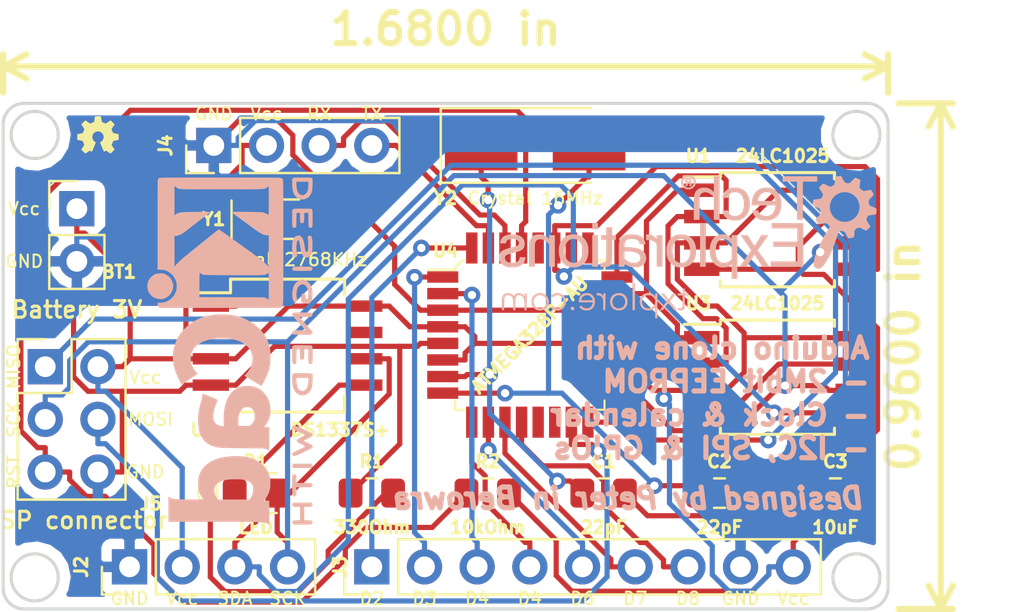
<source format=kicad_pcb>
(kicad_pcb (version 20171130) (host pcbnew 5.0.0-fee4fd1~66~ubuntu18.04.1)
  (title_block (title "Battery-powered Arduino with Extended EEPROM and clock") (date 2018-08-22) (rev 2) (company "Tech Explorations") (comment 1 "Designed by Peter in Berowra"))
  (layers (0 F.Cu signal hide) (31 B.Cu signal hide) (34 B.Paste user hide) (35 F.Paste user hide) (36 B.SilkS user) (37 F.SilkS user) (38 B.Mask user) (39 F.Mask user) (44 Edge.Cuts user))
  (net 0 "")
  (net 1 /Vcc)
  (net 2 GND)
  (net 3 "Net-(C1-Pad1)")
  (net 4 "Net-(C2-Pad1)")
  (net 5 "Net-(D1-Pad1)")
  (net 6 /SCK)
  (net 7 /SDA)
  (net 8 /D2)
  (net 9 /D3)
  (net 10 /D4)
  (net 11 /D5)
  (net 12 /D6)
  (net 13 /D7)
  (net 14 /D8)
  (net 15 /RX)
  (net 16 /TX)
  (net 17 /MISO)
  (net 18 /MOSI)
  (net 19 /RESET)
  (net 20 /ADDS1)
  (net 21 /ADDS2)
  (net 22 "Net-(U2-Pad1)")
  (net 23 "Net-(U2-Pad2)")
  (net 24 "Net-(U2-Pad7)")
  (net 25 "Net-(U4-Pad13)")
  (net 26 "Net-(U4-Pad14)")
  (net 27 "Net-(U4-Pad19)")
  (net 28 "Net-(U4-Pad22)")
  (net 29 "Net-(U4-Pad25)")
  (net 30 "Net-(U4-Pad26)")
  (net 31 "Net-(U4-Pad28)")
  (net 32 "Net-(J7-Pad1)")
  (net 33 "Net-(J8-Pad1)")
  (net 34 "Net-(J9-Pad1)")
  (net 35 "Net-(J10-Pad1)")
  (net 36 "Net-(J11-Pad1)")
  (net 37 "Net-(J12-Pad1)")
  (net 38 "Net-(J13-Pad1)")
  (net 39 "Net-(J14-Pad1)")
  (net 40 "Net-(J15-Pad1)")
  (net 41 "Net-(J16-Pad1)")
  (net 42 "Net-(J17-Pad1)")
  (net 43 "Net-(J18-Pad1)")
  (net 44 "Net-(J19-Pad1)")
  (net 45 "Net-(J20-Pad1)")
  (net 46 "Net-(J21-Pad1)")
  (net 47 "Net-(J22-Pad1)")
  (net 48 "Net-(J23-Pad1)")
  (net 49 "Net-(J24-Pad1)")
  (net 50 "Net-(J25-Pad1)")
  (net 51 "Net-(J26-Pad1)")
  (module Connector_PinHeader_2.54mm:PinHeader_1x02_P2.54mm_Vertical (layer F.Cu) (at 98.552 96.012)
    (fp_text reference BT1 (at 2.032 3.048) (layer F.SilkS) (effects (font (size 0.6 0.6))))
    (fp_text value "Battery 3V" (at 0 4.87) (layer F.SilkS) (effects (font (size 0.8 0.8))))
    (pad 1 thru_hole rect (at 0 0) (size 1.7 1.7) (drill 1) (layers *.Cu *.Mask) (net 1 /Vcc))
    (pad 2 thru_hole oval (at 0 2.54) (size 1.7 1.7) (drill 1) (layers *.Cu *.Mask) (net 2 GND))
  )
  (module Capacitor_SMD:C_0805_2012Metric_Pad1.15x1.40mm_HandSolder (layer F.Cu) (at 123.952 109.728)
    (fp_text reference C1 (at 0 -1.524) (layer F.SilkS) (effects (font (size 0.6 0.6))))
    (fp_text value 22pF (at 0 1.65) (layer F.SilkS) (effects (font (size 0.6 0.6))))
    (pad 1 smd roundrect (at -1.025 0) (size 1.15 1.4) (layers F.Cu F.Paste F.Mask) (roundrect_rratio 0.217391) (net 3 "Net-(C1-Pad1)"))
    (pad 2 smd roundrect (at 1.025 0) (size 1.15 1.4) (layers F.Cu F.Paste F.Mask) (roundrect_rratio 0.217391) (net 2 GND))
  )
  (module Capacitor_SMD:C_0805_2012Metric_Pad1.15x1.40mm_HandSolder (layer F.Cu) (at 129.54 109.728)
    (fp_text reference C2 (at 0 -1.524) (layer F.SilkS) (effects (font (size 0.6 0.6))))
    (fp_text value 22pF (at 0 1.65) (layer F.SilkS) (effects (font (size 0.6 0.6))))
    (pad 2 smd roundrect (at 1.025 0) (size 1.15 1.4) (layers F.Cu F.Paste F.Mask) (roundrect_rratio 0.217391) (net 2 GND))
    (pad 1 smd roundrect (at -1.025 0) (size 1.15 1.4) (layers F.Cu F.Paste F.Mask) (roundrect_rratio 0.217391) (net 4 "Net-(C2-Pad1)"))
  )
  (module Capacitor_SMD:C_0805_2012Metric_Pad1.15x1.40mm_HandSolder (layer F.Cu) (at 135.128 109.728)
    (fp_text reference C3 (at 0 -1.524) (layer F.SilkS) (effects (font (size 0.6 0.6))))
    (fp_text value 10uF (at 0 1.65) (layer F.SilkS) (effects (font (size 0.6 0.6))))
    (pad 1 smd roundrect (at -1.025 0) (size 1.15 1.4) (layers F.Cu F.Paste F.Mask) (roundrect_rratio 0.217391) (net 1 /Vcc))
    (pad 2 smd roundrect (at 1.025 0) (size 1.15 1.4) (layers F.Cu F.Paste F.Mask) (roundrect_rratio 0.217391) (net 2 GND))
  )
  (module LED_SMD:LED_0805_2012Metric_Pad1.15x1.40mm_HandSolder (layer F.Cu) (at 107.188 109.728)
    (fp_text reference D1 (at 0 -1.524) (layer F.SilkS) (effects (font (size 0.6 0.6))))
    (fp_text value LED (at 0 1.65) (layer F.SilkS) (effects (font (size 0.6 0.6))))
    (pad 1 smd roundrect (at -1.025 0) (size 1.15 1.4) (layers F.Cu F.Paste F.Mask) (roundrect_rratio 0.217391) (net 5 "Net-(D1-Pad1)"))
    (pad 2 smd roundrect (at 1.025 0) (size 1.15 1.4) (layers F.Cu F.Paste F.Mask) (roundrect_rratio 0.217391) (net 6 /SCK))
  )
  (module Connector_PinHeader_2.54mm:PinHeader_1x04_P2.54mm_Vertical (layer F.Cu) (at 101.092 113.284 90)
    (fp_text reference J2 (at 0 -2.33 90) (layer F.SilkS) (effects (font (size 0.6 0.6))))
    (fp_text value "I2C connector" hide)
    (pad 4 thru_hole oval (at 0 7.62 90) (size 1.7 1.7) (drill 1) (layers *.Cu *.Mask) (net 6 /SCK))
    (pad 3 thru_hole oval (at 0 5.08 90) (size 1.7 1.7) (drill 1) (layers *.Cu *.Mask) (net 7 /SDA))
    (pad 2 thru_hole oval (at 0 2.54 90) (size 1.7 1.7) (drill 1) (layers *.Cu *.Mask) (net 1 /Vcc))
    (pad 1 thru_hole rect (at 0 0 90) (size 1.7 1.7) (drill 1) (layers *.Cu *.Mask) (net 2 GND))
  )
  (module Connector_PinHeader_2.54mm:PinHeader_1x09_P2.54mm_Vertical (layer F.Cu) (at 112.776 113.284 90)
    (fp_text reference J3 (at 0 -1.524 90) (layer F.SilkS) (effects (font (size 0.6 0.6))))
    (fp_text value "Digital pins" hide)
    (pad 1 thru_hole rect (at 0 0 90) (size 1.7 1.7) (drill 1) (layers *.Cu *.Mask) (net 8 /D2))
    (pad 2 thru_hole oval (at 0 2.54 90) (size 1.7 1.7) (drill 1) (layers *.Cu *.Mask) (net 9 /D3))
    (pad 3 thru_hole oval (at 0 5.08 90) (size 1.7 1.7) (drill 1) (layers *.Cu *.Mask) (net 10 /D4))
    (pad 4 thru_hole oval (at 0 7.62 90) (size 1.7 1.7) (drill 1) (layers *.Cu *.Mask) (net 11 /D5))
    (pad 5 thru_hole oval (at 0 10.16 90) (size 1.7 1.7) (drill 1) (layers *.Cu *.Mask) (net 12 /D6))
    (pad 6 thru_hole oval (at 0 12.7 90) (size 1.7 1.7) (drill 1) (layers *.Cu *.Mask) (net 13 /D7))
    (pad 7 thru_hole oval (at 0 15.24 90) (size 1.7 1.7) (drill 1) (layers *.Cu *.Mask) (net 14 /D8))
    (pad 8 thru_hole oval (at 0 17.78 90) (size 1.7 1.7) (drill 1) (layers *.Cu *.Mask) (net 2 GND))
    (pad 9 thru_hole oval (at 0 20.32 90) (size 1.7 1.7) (drill 1) (layers *.Cu *.Mask) (net 1 /Vcc))
  )
  (module Connector_PinHeader_2.54mm:PinHeader_1x04_P2.54mm_Vertical (layer F.Cu) (at 105.156 92.964 90)
    (fp_text reference J4 (at 0 -2.33 90) (layer F.SilkS) (effects (font (size 0.6 0.6))))
    (fp_text value "Serial connector" hide)
    (pad 1 thru_hole rect (at 0 0 90) (size 1.7 1.7) (drill 1) (layers *.Cu *.Mask) (net 2 GND))
    (pad 2 thru_hole oval (at 0 2.54 90) (size 1.7 1.7) (drill 1) (layers *.Cu *.Mask) (net 1 /Vcc))
    (pad 3 thru_hole oval (at 0 5.08 90) (size 1.7 1.7) (drill 1) (layers *.Cu *.Mask) (net 15 /RX))
    (pad 4 thru_hole oval (at 0 7.62 90) (size 1.7 1.7) (drill 1) (layers *.Cu *.Mask) (net 16 /TX))
  )
  (module Connector_PinHeader_2.54mm:PinHeader_2x03_P2.54mm_Vertical (layer F.Cu) (at 97.028 103.632)
    (fp_text reference J5 (at 5.08 6.604) (layer F.SilkS) (effects (font (size 0.6 0.6))))
    (fp_text value "ICSP connector" (at 1.27 7.41) (layer F.SilkS) (effects (font (size 0.8 0.8))))
    (pad 1 thru_hole rect (at 0 0) (size 1.7 1.7) (drill 1) (layers *.Cu *.Mask) (net 17 /MISO))
    (pad 2 thru_hole oval (at 2.54 0) (size 1.7 1.7) (drill 1) (layers *.Cu *.Mask) (net 1 /Vcc))
    (pad 3 thru_hole oval (at 0 2.54) (size 1.7 1.7) (drill 1) (layers *.Cu *.Mask) (net 6 /SCK))
    (pad 4 thru_hole oval (at 2.54 2.54) (size 1.7 1.7) (drill 1) (layers *.Cu *.Mask) (net 18 /MOSI))
    (pad 5 thru_hole oval (at 0 5.08) (size 1.7 1.7) (drill 1) (layers *.Cu *.Mask) (net 19 /RESET))
    (pad 6 thru_hole oval (at 2.54 5.08) (size 1.7 1.7) (drill 1) (layers *.Cu *.Mask) (net 2 GND))
  )
  (module Resistor_SMD:R_0805_2012Metric_Pad1.15x1.40mm_HandSolder (layer F.Cu) (at 112.776 109.728)
    (fp_text reference R1 (at 0 -1.524) (layer F.SilkS) (effects (font (size 0.6 0.6))))
    (fp_text value 330Ohm (at 0 1.65) (layer F.SilkS) (effects (font (size 0.6 0.6))))
    (pad 2 smd roundrect (at 1.025 0) (size 1.15 1.4) (layers F.Cu F.Paste F.Mask) (roundrect_rratio 0.217391) (net 5 "Net-(D1-Pad1)"))
    (pad 1 smd roundrect (at -1.025 0) (size 1.15 1.4) (layers F.Cu F.Paste F.Mask) (roundrect_rratio 0.217391) (net 2 GND))
  )
  (module Resistor_SMD:R_0805_2012Metric_Pad1.15x1.40mm_HandSolder (layer F.Cu) (at 118.364 109.728)
    (fp_text reference R2 (at 0 -1.524) (layer F.SilkS) (effects (font (size 0.6 0.6))))
    (fp_text value 10kOhm (at 0 1.65) (layer F.SilkS) (effects (font (size 0.6 0.6))))
    (pad 1 smd roundrect (at -1.025 0) (size 1.15 1.4) (layers F.Cu F.Paste F.Mask) (roundrect_rratio 0.217391) (net 19 /RESET))
    (pad 2 smd roundrect (at 1.025 0) (size 1.15 1.4) (layers F.Cu F.Paste F.Mask) (roundrect_rratio 0.217391) (net 1 /Vcc))
  )
  (module Package_SO:SOIJ-8_5.3x5.3mm_P1.27mm (layer F.Cu) (at 132.334 97.028)
    (fp_text reference U1 (at -3.81 -3.556) (layer F.SilkS) (effects (font (size 0.6 0.6))))
    (fp_text value 24LC1025 (at 0.254 -3.556) (layer F.SilkS) (effects (font (size 0.6 0.6))))
    (pad 1 smd rect (at -3.65 -1.905) (size 1.7 0.65) (layers F.Cu F.Paste F.Mask) (net 20 /ADDS1))
    (pad 2 smd rect (at -3.65 -0.635) (size 1.7 0.65) (layers F.Cu F.Paste F.Mask) (net 21 /ADDS2))
    (pad 3 smd rect (at -3.65 0.635) (size 1.7 0.65) (layers F.Cu F.Paste F.Mask) (net 1 /Vcc))
    (pad 4 smd rect (at -3.65 1.905) (size 1.7 0.65) (layers F.Cu F.Paste F.Mask) (net 2 GND))
    (pad 5 smd rect (at 3.65 1.905) (size 1.7 0.65) (layers F.Cu F.Paste F.Mask) (net 7 /SDA))
    (pad 6 smd rect (at 3.65 0.635) (size 1.7 0.65) (layers F.Cu F.Paste F.Mask) (net 6 /SCK))
    (pad 7 smd rect (at 3.65 -0.635) (size 1.7 0.65) (layers F.Cu F.Paste F.Mask) (net 2 GND))
    (pad 8 smd rect (at 3.65 -1.905) (size 1.7 0.65) (layers F.Cu F.Paste F.Mask) (net 1 /Vcc))
  )
  (module Package_SO:SO-8_5.3x6.2mm_P1.27mm (layer F.Cu) (at 108.712 102.616)
    (fp_text reference U2 (at -4.064 4.064) (layer F.SilkS) (effects (font (size 0.6 0.6))))
    (fp_text value DS1337S+ (at 2.54 4.064) (layer F.SilkS) (effects (font (size 0.6 0.6))))
    (pad 1 smd rect (at -3.7 -1.905) (size 1.75 0.55) (layers F.Cu F.Paste F.Mask) (net 22 "Net-(U2-Pad1)"))
    (pad 2 smd rect (at -3.7 -0.635) (size 1.75 0.55) (layers F.Cu F.Paste F.Mask) (net 23 "Net-(U2-Pad2)"))
    (pad 3 smd rect (at -3.7 0.635) (size 1.75 0.55) (layers F.Cu F.Paste F.Mask) (net 1 /Vcc))
    (pad 4 smd rect (at -3.7 1.905) (size 1.75 0.55) (layers F.Cu F.Paste F.Mask) (net 2 GND))
    (pad 5 smd rect (at 3.7 1.905) (size 1.75 0.55) (layers F.Cu F.Paste F.Mask) (net 7 /SDA))
    (pad 6 smd rect (at 3.7 0.635) (size 1.75 0.55) (layers F.Cu F.Paste F.Mask) (net 6 /SCK))
    (pad 7 smd rect (at 3.7 -0.635) (size 1.75 0.55) (layers F.Cu F.Paste F.Mask) (net 24 "Net-(U2-Pad7)"))
    (pad 8 smd rect (at 3.7 -1.905) (size 1.75 0.55) (layers F.Cu F.Paste F.Mask) (net 1 /Vcc))
  )
  (module Package_SO:SOIJ-8_5.3x5.3mm_P1.27mm (layer F.Cu) (at 132.334 104.14)
    (fp_text reference U3 (at -3.81 -3.556) (layer F.SilkS) (effects (font (size 0.6 0.6))))
    (fp_text value 24LC1025 (at 0 -3.556) (layer F.SilkS) (effects (font (size 0.6 0.6))))
    (pad 8 smd rect (at 3.65 -1.905) (size 1.7 0.65) (layers F.Cu F.Paste F.Mask) (net 1 /Vcc))
    (pad 7 smd rect (at 3.65 -0.635) (size 1.7 0.65) (layers F.Cu F.Paste F.Mask) (net 2 GND))
    (pad 6 smd rect (at 3.65 0.635) (size 1.7 0.65) (layers F.Cu F.Paste F.Mask) (net 6 /SCK))
    (pad 5 smd rect (at 3.65 1.905) (size 1.7 0.65) (layers F.Cu F.Paste F.Mask) (net 7 /SDA))
    (pad 4 smd rect (at -3.65 1.905) (size 1.7 0.65) (layers F.Cu F.Paste F.Mask) (net 2 GND))
    (pad 3 smd rect (at -3.65 0.635) (size 1.7 0.65) (layers F.Cu F.Paste F.Mask) (net 1 /Vcc))
    (pad 2 smd rect (at -3.65 -0.635) (size 1.7 0.65) (layers F.Cu F.Paste F.Mask) (net 21 /ADDS2))
    (pad 1 smd rect (at -3.65 -1.905) (size 1.7 0.65) (layers F.Cu F.Paste F.Mask) (net 20 /ADDS1))
  )
  (module digikey-footprints:TQFP-32_7x7mm (layer F.Cu) (at 120.396 102.108)
    (fp_text reference U4 (at -4.064 -4.064) (layer F.SilkS) (effects (font (size 0.6 0.6))))
    (fp_text value ATMEGA328P-AU (at 0 0 45) (layer F.SilkS) (effects (font (size 0.6 0.6))))
    (pad 9 smd rect (at -2.8 4.2) (size 0.55 1.5) (layers F.Cu F.Paste F.Mask) (net 11 /D5))
    (pad 1 smd rect (at -4.2 -2.8) (size 1.5 0.55) (layers F.Cu F.Paste F.Mask) (net 9 /D3))
    (pad 2 smd rect (at -4.2 -2) (size 1.5 0.55) (layers F.Cu F.Paste F.Mask) (net 10 /D4))
    (pad 3 smd rect (at -4.2 -1.2) (size 1.5 0.55) (layers F.Cu F.Paste F.Mask) (net 2 GND))
    (pad 4 smd rect (at -4.2 -0.4) (size 1.5 0.55) (layers F.Cu F.Paste F.Mask) (net 1 /Vcc))
    (pad 5 smd rect (at -4.2 0.4) (size 1.5 0.55) (layers F.Cu F.Paste F.Mask) (net 2 GND))
    (pad 6 smd rect (at -4.2 1.2) (size 1.5 0.55) (layers F.Cu F.Paste F.Mask) (net 1 /Vcc))
    (pad 7 smd rect (at -4.2 2) (size 1.5 0.55) (layers F.Cu F.Paste F.Mask) (net 3 "Net-(C1-Pad1)"))
    (pad 8 smd rect (at -4.2 2.8) (size 1.5 0.55) (layers F.Cu F.Paste F.Mask) (net 4 "Net-(C2-Pad1)"))
    (pad 10 smd rect (at -2 4.2) (size 0.55 1.5) (layers F.Cu F.Paste F.Mask) (net 12 /D6))
    (pad 11 smd rect (at -1.2 4.2) (size 0.55 1.5) (layers F.Cu F.Paste F.Mask) (net 13 /D7))
    (pad 12 smd rect (at -0.4 4.2) (size 0.55 1.5) (layers F.Cu F.Paste F.Mask) (net 14 /D8))
    (pad 13 smd rect (at 0.4 4.2) (size 0.55 1.5) (layers F.Cu F.Paste F.Mask) (net 25 "Net-(U4-Pad13)"))
    (pad 14 smd rect (at 1.2 4.2) (size 0.55 1.5) (layers F.Cu F.Paste F.Mask) (net 26 "Net-(U4-Pad14)"))
    (pad 15 smd rect (at 2 4.2) (size 0.55 1.5) (layers F.Cu F.Paste F.Mask) (net 18 /MOSI))
    (pad 16 smd rect (at 2.8 4.2) (size 0.55 1.5) (layers F.Cu F.Paste F.Mask) (net 17 /MISO))
    (pad 17 smd rect (at 4.2 2.8) (size 1.5 0.55) (layers F.Cu F.Paste F.Mask) (net 6 /SCK))
    (pad 18 smd rect (at 4.2 2) (size 1.5 0.55) (layers F.Cu F.Paste F.Mask) (net 1 /Vcc))
    (pad 19 smd rect (at 4.2 1.2) (size 1.5 0.55) (layers F.Cu F.Paste F.Mask) (net 27 "Net-(U4-Pad19)"))
    (pad 20 smd rect (at 4.2 0.4) (size 1.5 0.55) (layers F.Cu F.Paste F.Mask) (net 1 /Vcc))
    (pad 21 smd rect (at 4.2 -0.4) (size 1.5 0.55) (layers F.Cu F.Paste F.Mask) (net 2 GND))
    (pad 22 smd rect (at 4.2 -1.2) (size 1.5 0.55) (layers F.Cu F.Paste F.Mask) (net 28 "Net-(U4-Pad22)"))
    (pad 23 smd rect (at 4.2 -2) (size 1.5 0.55) (layers F.Cu F.Paste F.Mask) (net 20 /ADDS1))
    (pad 24 smd rect (at 4.2 -2.8) (size 1.5 0.55) (layers F.Cu F.Paste F.Mask) (net 21 /ADDS2))
    (pad 25 smd rect (at 2.8 -4.2) (size 0.55 1.5) (layers F.Cu F.Paste F.Mask) (net 29 "Net-(U4-Pad25)"))
    (pad 26 smd rect (at 2 -4.2) (size 0.55 1.5) (layers F.Cu F.Paste F.Mask) (net 30 "Net-(U4-Pad26)"))
    (pad 27 smd rect (at 1.2 -4.2) (size 0.55 1.5) (layers F.Cu F.Paste F.Mask) (net 7 /SDA))
    (pad 28 smd rect (at 0.4 -4.2) (size 0.55 1.5) (layers F.Cu F.Paste F.Mask) (net 31 "Net-(U4-Pad28)"))
    (pad 29 smd rect (at -0.4 -4.2) (size 0.55 1.5) (layers F.Cu F.Paste F.Mask) (net 19 /RESET))
    (pad 30 smd rect (at -1.2 -4.2) (size 0.55 1.5) (layers F.Cu F.Paste F.Mask) (net 15 /RX))
    (pad 31 smd rect (at -2 -4.2) (size 0.55 1.5) (layers F.Cu F.Paste F.Mask) (net 16 /TX))
    (pad 32 smd rect (at -2.8 -4.2) (size 0.55 1.5) (layers F.Cu F.Paste F.Mask) (net 8 /D2))
  )
  (module Crystal:Crystal_SMD_MicroCrystal_CC7V-T1A-2Pin_3.2x1.5mm_HandSoldering (layer F.Cu) (at 108.712 96.52)
    (fp_text reference Y1 (at -3.556 0) (layer F.SilkS) (effects (font (size 0.6 0.6))))
    (fp_text value Crystal32768KHz (at 0 1.95) (layer F.SilkS) (effects (font (size 0.6 0.6) (thickness 0.1))))
    (pad 1 smd rect (at -1.625 0) (size 1.75 1.8) (layers F.Cu F.Paste F.Mask) (net 23 "Net-(U2-Pad2)"))
    (pad 2 smd rect (at 1.625 0) (size 1.75 1.8) (layers F.Cu F.Paste F.Mask) (net 22 "Net-(U2-Pad1)"))
  )
  (module Crystal:Crystal_SMD_5032-2Pin_5.0x3.2mm_HandSoldering (layer F.Cu) (at 120.65 92.964)
    (fp_text reference Y2 (at -4.318 2.54) (layer F.SilkS) (effects (font (size 0.6 0.6))))
    (fp_text value "Crystal 16MHz" (at 0 2.54) (layer F.SilkS) (effects (font (size 0.6 0.6) (thickness 0.1))))
    (pad 1 smd rect (at -2.6 0) (size 3.5 2.4) (layers F.Cu F.Paste F.Mask) (net 3 "Net-(C1-Pad1)"))
    (pad 2 smd rect (at 2.6 0) (size 3.5 2.4) (layers F.Cu F.Paste F.Mask) (net 4 "Net-(C2-Pad1)"))
  )
  (module "Custom libraries:TE_LOGO_URL_v2" (layer B.Cu) (at 128.016 97.79 180)
    (fp_text reference G*** hide)
    (fp_text value LOGO hide)
  )
  (module freetronics_footprints:LOGO_OSHW_silkscreen_2mm (layer F.Cu) (at 99.568 92.456)
    (fp_text reference LOGO_OSHW_silkscreen_2mm hide)
    (fp_text value val** hide)
  )
  (module Symbol:KiCad-Logo2_8mm_SilkScreen (layer B.Cu) (at 105.918 102.87 270)
    (fp_text reference REF** hide)
    (fp_text value KiCad-Logo2_8mm_SilkScreen hide)
  )
  (module Connector_PinHeader_2.54mm:PinHeader_1x05_P2.54mm_Vertical (layer F.Cu) (at 147.875001 97.837001)
    (fp_text reference J1 (at 0 -2.33) (layer F.SilkS))
    (fp_text value GND_rail)
    (pad 1 thru_hole rect (at 0 0) (size 1.7 1.7) (drill 1) (layers *.Cu *.Mask) (net 2 GND))
    (pad 2 thru_hole oval (at 0 2.54) (size 1.7 1.7) (drill 1) (layers *.Cu *.Mask) (net 2 GND))
    (pad 3 thru_hole oval (at 0 5.08) (size 1.7 1.7) (drill 1) (layers *.Cu *.Mask) (net 2 GND))
    (pad 4 thru_hole oval (at 0 7.62) (size 1.7 1.7) (drill 1) (layers *.Cu *.Mask) (net 2 GND))
    (pad 5 thru_hole oval (at 0 10.16) (size 1.7 1.7) (drill 1) (layers *.Cu *.Mask) (net 2 GND))
  )
  (module Connector_PinHeader_2.54mm:PinHeader_1x05_P2.54mm_Vertical (layer F.Cu) (at 151.525001 97.837001)
    (fp_text reference J6 (at 0 -2.33) (layer F.SilkS))
    (fp_text value 5V_Rail)
    (pad 5 thru_hole oval (at 0 10.16) (size 1.7 1.7) (drill 1) (layers *.Cu *.Mask) (net 1 /Vcc))
    (pad 4 thru_hole oval (at 0 7.62) (size 1.7 1.7) (drill 1) (layers *.Cu *.Mask) (net 1 /Vcc))
    (pad 3 thru_hole oval (at 0 5.08) (size 1.7 1.7) (drill 1) (layers *.Cu *.Mask) (net 1 /Vcc))
    (pad 2 thru_hole oval (at 0 2.54) (size 1.7 1.7) (drill 1) (layers *.Cu *.Mask) (net 1 /Vcc))
    (pad 1 thru_hole rect (at 0 0) (size 1.7 1.7) (drill 1) (layers *.Cu *.Mask) (net 1 /Vcc))
  )
  (module Connector_Pin:Pin_D1.0mm_L10.0mm_LooseFit (layer F.Cu) (at 155.075001 101.187001)
    (fp_text reference J7 (at 0 2.25) (layer F.SilkS))
    (fp_text value Conn_01x01_Female)
    (pad 1 thru_hole circle (at 0 0) (size 2.4 2.4) (drill 1.2) (layers *.Cu *.Mask) (net 32 "Net-(J7-Pad1)"))
  )
  (module Connector_Pin:Pin_D1.0mm_L10.0mm_LooseFit (layer F.Cu) (at 158.525001 101.187001)
    (fp_text reference J8 (at 0 2.25) (layer F.SilkS))
    (fp_text value Conn_01x01_Female)
    (pad 1 thru_hole circle (at 0 0) (size 2.4 2.4) (drill 1.2) (layers *.Cu *.Mask) (net 33 "Net-(J8-Pad1)"))
  )
  (module Connector_Pin:Pin_D1.0mm_L10.0mm_LooseFit (layer F.Cu) (at 155.075001 104.637001)
    (fp_text reference J9 (at 0 2.25) (layer F.SilkS))
    (fp_text value Conn_01x01_Female)
    (pad 1 thru_hole circle (at 0 0) (size 2.4 2.4) (drill 1.2) (layers *.Cu *.Mask) (net 34 "Net-(J9-Pad1)"))
  )
  (module Connector_Pin:Pin_D1.0mm_L10.0mm_LooseFit (layer F.Cu) (at 161.975001 97.737001)
    (fp_text reference J10 (at 0 2.25) (layer F.SilkS))
    (fp_text value Conn_01x01_Female)
    (pad 1 thru_hole circle (at 0 0) (size 2.4 2.4) (drill 1.2) (layers *.Cu *.Mask) (net 35 "Net-(J10-Pad1)"))
  )
  (module Connector_Pin:Pin_D1.0mm_L10.0mm_LooseFit (layer F.Cu) (at 158.525001 104.637001)
    (fp_text reference J11 (at 0 2.25) (layer F.SilkS))
    (fp_text value Conn_01x01_Female)
    (pad 1 thru_hole circle (at 0 0) (size 2.4 2.4) (drill 1.2) (layers *.Cu *.Mask) (net 36 "Net-(J11-Pad1)"))
  )
  (module Connector_Pin:Pin_D1.0mm_L10.0mm_LooseFit (layer F.Cu) (at 161.975001 101.187001)
    (fp_text reference J12 (at 0 2.25) (layer F.SilkS))
    (fp_text value Conn_01x01_Female)
    (pad 1 thru_hole circle (at 0 0) (size 2.4 2.4) (drill 1.2) (layers *.Cu *.Mask) (net 37 "Net-(J12-Pad1)"))
  )
  (module Connector_Pin:Pin_D1.0mm_L10.0mm_LooseFit (layer F.Cu) (at 155.075001 108.087001)
    (fp_text reference J13 (at 0 2.25) (layer F.SilkS))
    (fp_text value Conn_01x01_Female)
    (pad 1 thru_hole circle (at 0 0) (size 2.4 2.4) (drill 1.2) (layers *.Cu *.Mask) (net 38 "Net-(J13-Pad1)"))
  )
  (module Connector_Pin:Pin_D1.0mm_L10.0mm_LooseFit (layer F.Cu) (at 165.425001 97.737001)
    (fp_text reference J14 (at 0 2.25) (layer F.SilkS))
    (fp_text value Conn_01x01_Female)
    (pad 1 thru_hole circle (at 0 0) (size 2.4 2.4) (drill 1.2) (layers *.Cu *.Mask) (net 39 "Net-(J14-Pad1)"))
  )
  (module Connector_Pin:Pin_D1.0mm_L10.0mm_LooseFit (layer F.Cu) (at 155.075001 97.737001)
    (fp_text reference J15 (at 0 2.25) (layer F.SilkS))
    (fp_text value Conn_01x01_Female)
    (pad 1 thru_hole circle (at 0 0) (size 2.4 2.4) (drill 1.2) (layers *.Cu *.Mask) (net 40 "Net-(J15-Pad1)"))
  )
  (module Connector_Pin:Pin_D1.0mm_L10.0mm_LooseFit (layer F.Cu) (at 161.975001 104.637001)
    (fp_text reference J16 (at 0 2.25) (layer F.SilkS))
    (fp_text value Conn_01x01_Female)
    (pad 1 thru_hole circle (at 0 0) (size 2.4 2.4) (drill 1.2) (layers *.Cu *.Mask) (net 41 "Net-(J16-Pad1)"))
  )
  (module Connector_Pin:Pin_D1.0mm_L10.0mm_LooseFit (layer F.Cu) (at 165.425001 101.187001)
    (fp_text reference J17 (at 0 2.25) (layer F.SilkS))
    (fp_text value Conn_01x01_Female)
    (pad 1 thru_hole circle (at 0 0) (size 2.4 2.4) (drill 1.2) (layers *.Cu *.Mask) (net 42 "Net-(J17-Pad1)"))
  )
  (module Connector_Pin:Pin_D1.0mm_L10.0mm_LooseFit (layer F.Cu) (at 168.875001 97.737001)
    (fp_text reference J18 (at 0 2.25) (layer F.SilkS))
    (fp_text value Conn_01x01_Female)
    (pad 1 thru_hole circle (at 0 0) (size 2.4 2.4) (drill 1.2) (layers *.Cu *.Mask) (net 43 "Net-(J18-Pad1)"))
  )
  (module Connector_Pin:Pin_D1.0mm_L10.0mm_LooseFit (layer F.Cu) (at 161.975001 108.087001)
    (fp_text reference J19 (at 0 2.25) (layer F.SilkS))
    (fp_text value Conn_01x01_Female)
    (pad 1 thru_hole circle (at 0 0) (size 2.4 2.4) (drill 1.2) (layers *.Cu *.Mask) (net 44 "Net-(J19-Pad1)"))
  )
  (module Connector_Pin:Pin_D1.0mm_L10.0mm_LooseFit (layer F.Cu) (at 165.425001 104.637001)
    (fp_text reference J20 (at 0 2.25) (layer F.SilkS))
    (fp_text value Conn_01x01_Female)
    (pad 1 thru_hole circle (at 0 0) (size 2.4 2.4) (drill 1.2) (layers *.Cu *.Mask) (net 45 "Net-(J20-Pad1)"))
  )
  (module Connector_Pin:Pin_D1.0mm_L10.0mm_LooseFit (layer F.Cu) (at 168.875001 101.187001)
    (fp_text reference J21 (at 0 2.25) (layer F.SilkS))
    (fp_text value Conn_01x01_Female)
    (pad 1 thru_hole circle (at 0 0) (size 2.4 2.4) (drill 1.2) (layers *.Cu *.Mask) (net 46 "Net-(J21-Pad1)"))
  )
  (module Connector_Pin:Pin_D1.0mm_L10.0mm_LooseFit (layer F.Cu) (at 165.425001 108.087001)
    (fp_text reference J22 (at 0 2.25) (layer F.SilkS))
    (fp_text value Conn_01x01_Female)
    (pad 1 thru_hole circle (at 0 0) (size 2.4 2.4) (drill 1.2) (layers *.Cu *.Mask) (net 47 "Net-(J22-Pad1)"))
  )
  (module Connector_Pin:Pin_D1.0mm_L10.0mm_LooseFit (layer F.Cu) (at 168.875001 104.637001)
    (fp_text reference J23 (at 0 2.25) (layer F.SilkS))
    (fp_text value Conn_01x01_Female)
    (pad 1 thru_hole circle (at 0 0) (size 2.4 2.4) (drill 1.2) (layers *.Cu *.Mask) (net 48 "Net-(J23-Pad1)"))
  )
  (module Connector_Pin:Pin_D1.0mm_L10.0mm_LooseFit (layer F.Cu) (at 168.875001 108.087001)
    (fp_text reference J24 (at 0 2.25) (layer F.SilkS))
    (fp_text value Conn_01x01_Female)
    (pad 1 thru_hole circle (at 0 0) (size 2.4 2.4) (drill 1.2) (layers *.Cu *.Mask) (net 49 "Net-(J24-Pad1)"))
  )
  (module Connector_Pin:Pin_D1.0mm_L10.0mm_LooseFit (layer F.Cu) (at 158.525001 108.087001)
    (fp_text reference J25 (at 0 2.25) (layer F.SilkS))
    (fp_text value Conn_01x01_Female)
    (pad 1 thru_hole circle (at 0 0) (size 2.4 2.4) (drill 1.2) (layers *.Cu *.Mask) (net 50 "Net-(J25-Pad1)"))
  )
  (module Connector_Pin:Pin_D1.0mm_L10.0mm_LooseFit (layer F.Cu) (at 158.525001 97.737001)
    (fp_text reference J26 (at 0 2.25) (layer F.SilkS))
    (fp_text value Conn_01x01_Female)
    (pad 1 thru_hole circle (at 0 0) (size 2.4 2.4) (drill 1.2) (layers *.Cu *.Mask) (net 51 "Net-(J26-Pad1)"))
  )
  (dimension 24.384 (width 0.3) (layer F.SilkS) (gr_text "24.384 mm" (at 142.308 103.124 270) (layer F.SilkS) (effects (font (size 1.5 1.5) (thickness 0.3)))) (feature1 (pts (xy 138.176 115.316) (xy 140.794421 115.316))) (feature2 (pts (xy 138.176 90.932) (xy 140.794421 90.932))) (crossbar (pts (xy 140.208 90.932) (xy 140.208 115.316))) (arrow1a (pts (xy 140.208 115.316) (xy 139.621579 114.189496))) (arrow1b (pts (xy 140.208 115.316) (xy 140.794421 114.189496))) (arrow2a (pts (xy 140.208 90.932) (xy 139.621579 92.058504))) (arrow2b (pts (xy 140.208 90.932) (xy 140.794421 92.058504))))
  (dimension 42.672 (width 0.3) (layer F.SilkS) (gr_text "42.672 mm" (at 116.332 87.054) (layer F.SilkS) (effects (font (size 1.5 1.5) (thickness 0.3)))) (feature1 (pts (xy 137.668 90.424) (xy 137.668 88.567579))) (feature2 (pts (xy 94.996 90.424) (xy 94.996 88.567579))) (crossbar (pts (xy 94.996 89.154) (xy 137.668 89.154))) (arrow1a (pts (xy 137.668 89.154) (xy 136.541496 89.740421))) (arrow1b (pts (xy 137.668 89.154) (xy 136.541496 88.567579))) (arrow2a (pts (xy 94.996 89.154) (xy 96.122504 89.740421))) (arrow2b (pts (xy 94.996 89.154) (xy 96.122504 88.567579))))
  (gr_text "Designed by Peter in Berowra\n" (at 136.652 109.982) (layer B.SilkS) (effects (font (size 1 1) (thickness 0.25) italic) (justify left mirror)))
  (gr_text "Arduino clone with\n- 2Mbit EEPROM\n- Clock & calendar\n- I2C, SPI & GPIOs" (at 136.906 105.156) (layer B.SilkS) (effects (font (size 1 1) (thickness 0.25)) (justify left mirror)))
  (gr_text TX (at 112.776 91.44) (layer F.SilkS) (effects (font (size 0.6 0.6) (thickness 0.1))))
  (gr_text RX (at 110.236 91.44) (layer F.SilkS) (effects (font (size 0.6 0.6) (thickness 0.1))))
  (gr_text D8 (at 128.016 114.808) (layer F.SilkS) (effects (font (size 0.6 0.6) (thickness 0.1))))
  (gr_text D7 (at 125.476 114.808) (layer F.SilkS) (effects (font (size 0.6 0.6) (thickness 0.1))))
  (gr_text D6 (at 122.936 114.808) (layer F.SilkS) (effects (font (size 0.6 0.6) (thickness 0.1))))
  (gr_text D4 (at 120.396 114.808) (layer F.SilkS) (effects (font (size 0.6 0.6) (thickness 0.1))))
  (gr_text D4 (at 117.856 114.808) (layer F.SilkS) (effects (font (size 0.6 0.6) (thickness 0.1))))
  (gr_text D3 (at 115.316 114.808) (layer F.SilkS) (effects (font (size 0.6 0.6) (thickness 0.1))))
  (gr_text D2 (at 112.776 114.808) (layer F.SilkS) (effects (font (size 0.6 0.6) (thickness 0.1))))
  (gr_text SCK (at 108.712 114.808) (layer F.SilkS) (effects (font (size 0.6 0.6) (thickness 0.1))))
  (gr_text SDA (at 106.172 114.808) (layer F.SilkS) (effects (font (size 0.6 0.6) (thickness 0.1))))
  (gr_text RST (at 95.504 108.712 90) (layer F.SilkS) (effects (font (size 0.6 0.6) (thickness 0.1))))
  (gr_text SCK (at 95.504 106.172 90) (layer F.SilkS) (effects (font (size 0.6 0.6) (thickness 0.1))))
  (gr_text MISO (at 95.504 103.632 90) (layer F.SilkS) (effects (font (size 0.6 0.6) (thickness 0.1))))
  (gr_text MOSI (at 102.108 106.172) (layer F.SilkS) (effects (font (size 0.6 0.6) (thickness 0.1))))
  (gr_text Vcc (at 107.696 91.44) (layer F.SilkS) (effects (font (size 0.6 0.6) (thickness 0.1))))
  (gr_text GND (at 105.156 91.44) (layer F.SilkS) (effects (font (size 0.6 0.6) (thickness 0.1))))
  (gr_text GND (at 130.556 114.808) (layer F.SilkS) (effects (font (size 0.6 0.6) (thickness 0.1))))
  (gr_text Vcc (at 133.096 114.808) (layer F.SilkS) (effects (font (size 0.6 0.6) (thickness 0.1))))
  (gr_text GND (at 101.092 114.808) (layer F.SilkS) (effects (font (size 0.6 0.6) (thickness 0.1))))
  (gr_text GND (at 101.854 108.712) (layer F.SilkS) (effects (font (size 0.6 0.6) (thickness 0.1))))
  (gr_text Vcc (at 103.632 114.808) (layer F.SilkS) (effects (font (size 0.6 0.6) (thickness 0.1))))
  (gr_text Vcc (at 101.854 104.14) (layer F.SilkS) (effects (font (size 0.6 0.6) (thickness 0.1))))
  (gr_text GND (at 96.012 98.552) (layer F.SilkS) (effects (font (size 0.6 0.6) (thickness 0.1))))
  (gr_text Vcc (at 96.012 96.012) (layer F.SilkS) (effects (font (size 0.6 0.6) (thickness 0.1))))
  (gr_text C (at 104.648 109.728) (layer F.SilkS) (effects (font (size 0.8 0.8) (thickness 0.1))))
  (gr_line (start 136.652 90.932) (end 96.012 90.932) (layer Edge.Cuts) (width 0.15))
  (gr_line (start 137.668 114.3) (end 137.668 91.948) (layer Edge.Cuts) (width 0.15))
  (gr_line (start 96.012 115.316) (end 136.652 115.316) (layer Edge.Cuts) (width 0.15))
  (gr_line (start 94.996 91.948) (end 94.996 114.3) (layer Edge.Cuts) (width 0.15))
  (gr_circle (center 136.144 113.792) (end 137.16 113.284) (layer Edge.Cuts) (width 0.15))
  (gr_circle (center 96.52 113.792) (end 97.536 113.284) (layer Edge.Cuts) (width 0.15))
  (gr_circle (center 96.52 92.456) (end 97.536 91.948) (layer Edge.Cuts) (width 0.15))
  (gr_circle (center 136.144 92.456) (end 137.16 91.948) (layer Edge.Cuts) (width 0.15))
  (gr_arc (start 136.652 91.948) (end 137.668 91.948) (angle -90) (layer Edge.Cuts) (width 0.15))
  (gr_arc (start 136.652 114.3) (end 136.652 115.316) (angle -90) (layer Edge.Cuts) (width 0.15))
  (gr_arc (start 96.012 114.3) (end 94.996 114.3) (angle -90) (layer Edge.Cuts) (width 0.15))
  (gr_arc (start 96.012 91.948) (end 96.012 90.932) (angle -90) (layer Edge.Cuts) (width 0.15))
  (segment (start 126.855 104.775) (end 126.855 105.1733) (width 0.25) (layer F.Cu) (net 1))
  (segment (start 131.9207 113.284) (end 131.9207 113.6514) (width 0.25) (layer B.Cu) (net 1))
  (segment (start 131.9207 113.6514) (end 131.1128 114.4593) (width 0.25) (layer B.Cu) (net 1))
  (segment (start 131.1128 114.4593) (end 129.9896 114.4593) (width 0.25) (layer B.Cu) (net 1))
  (segment (start 129.9896 114.4593) (end 129.1914 113.6611) (width 0.25) (layer B.Cu) (net 1))
  (segment (start 129.1914 113.6611) (end 129.1914 112.2801) (width 0.25) (layer B.Cu) (net 1))
  (segment (start 129.1914 112.2801) (end 127.1283 110.217) (width 0.25) (layer B.Cu) (net 1))
  (segment (start 127.1283 110.217) (end 127.1283 105.4466) (width 0.25) (layer B.Cu) (net 1))
  (segment (start 127.1283 105.4466) (end 126.855 105.1733) (width 0.25) (layer B.Cu) (net 1))
  (segment (start 116.196 103.308) (end 117.2713 103.308) (width 0.25) (layer F.Cu) (net 1))
  (segment (start 117.7396 102.508) (end 117.2713 102.9763) (width 0.25) (layer F.Cu) (net 1))
  (segment (start 117.2713 102.9763) (end 117.2713 103.308) (width 0.25) (layer F.Cu) (net 1))
  (segment (start 117.2713 101.708) (end 117.7396 102.1763) (width 0.25) (layer F.Cu) (net 1))
  (segment (start 117.7396 102.1763) (end 117.7396 102.508) (width 0.25) (layer F.Cu) (net 1))
  (segment (start 123.5207 102.508) (end 117.7396 102.508) (width 0.25) (layer F.Cu) (net 1))
  (segment (start 133.096 113.284) (end 131.9207 113.284) (width 0.25) (layer B.Cu) (net 1))
  (segment (start 126.855 104.775) (end 128.684 104.775) (width 0.25) (layer F.Cu) (net 1))
  (segment (start 125.6713 104.108) (end 126.3383 104.775) (width 0.25) (layer F.Cu) (net 1))
  (segment (start 126.3383 104.775) (end 126.855 104.775) (width 0.25) (layer F.Cu) (net 1))
  (segment (start 125.5587 104.108) (end 125.6713 104.108) (width 0.25) (layer F.Cu) (net 1))
  (segment (start 125.6713 104.108) (end 125.6713 102.508) (width 0.25) (layer F.Cu) (net 1))
  (segment (start 128.684 104.775) (end 129.8593 104.775) (width 0.25) (layer F.Cu) (net 1))
  (segment (start 130.7295 102.235) (end 130.7295 102.0083) (width 0.25) (layer F.Cu) (net 1))
  (segment (start 130.7295 102.0083) (end 129.4281 100.7069) (width 0.25) (layer F.Cu) (net 1))
  (segment (start 129.4281 100.7069) (end 128.7911 100.7069) (width 0.25) (layer F.Cu) (net 1))
  (segment (start 128.7911 100.7069) (end 127.5087 99.4245) (width 0.25) (layer F.Cu) (net 1))
  (segment (start 127.5087 99.4245) (end 127.5087 97.663) (width 0.25) (layer F.Cu) (net 1))
  (segment (start 134.8087 102.235) (end 130.7295 102.235) (width 0.25) (layer F.Cu) (net 1))
  (segment (start 129.8593 104.775) (end 130.7295 103.9048) (width 0.25) (layer F.Cu) (net 1))
  (segment (start 130.7295 103.9048) (end 130.7295 102.235) (width 0.25) (layer F.Cu) (net 1))
  (segment (start 124.596 104.108) (end 125.5587 104.108) (width 0.25) (layer F.Cu) (net 1))
  (segment (start 99.568 104.8073) (end 99.9353 104.8073) (width 0.25) (layer B.Cu) (net 1))
  (segment (start 99.9353 104.8073) (end 103.632 108.504) (width 0.25) (layer B.Cu) (net 1))
  (segment (start 103.632 108.504) (end 103.632 113.284) (width 0.25) (layer B.Cu) (net 1))
  (segment (start 128.684 97.663) (end 127.5087 97.663) (width 0.25) (layer F.Cu) (net 1))
  (segment (start 135.984 102.235) (end 134.8087 102.235) (width 0.25) (layer F.Cu) (net 1))
  (segment (start 101.0598 99.3278) (end 98.9193 97.1873) (width 0.25) (layer F.Cu) (net 1))
  (segment (start 98.9193 97.1873) (end 98.552 97.1873) (width 0.25) (layer F.Cu) (net 1))
  (segment (start 101.1243 103.251) (end 101.1243 99.3923) (width 0.25) (layer F.Cu) (net 1))
  (segment (start 101.1243 99.3923) (end 101.0598 99.3278) (width 0.25) (layer F.Cu) (net 1))
  (segment (start 106.5207 92.964) (end 106.5207 93.8669) (width 0.25) (layer F.Cu) (net 1))
  (segment (start 106.5207 93.8669) (end 101.0598 99.3278) (width 0.25) (layer F.Cu) (net 1))
  (segment (start 107.696 92.964) (end 106.5207 92.964) (width 0.25) (layer F.Cu) (net 1))
  (segment (start 98.552 96.012) (end 98.552 97.1873) (width 0.25) (layer F.Cu) (net 1))
  (segment (start 101.1243 103.251) (end 105.012 103.251) (width 0.25) (layer F.Cu) (net 1))
  (segment (start 100.7433 103.632) (end 101.1243 103.251) (width 0.25) (layer F.Cu) (net 1))
  (segment (start 112.412 100.711) (end 113.6123 100.711) (width 0.25) (layer F.Cu) (net 1))
  (segment (start 113.6123 100.711) (end 114.6093 101.708) (width 0.25) (layer F.Cu) (net 1))
  (segment (start 114.6093 101.708) (end 115.1207 101.708) (width 0.25) (layer F.Cu) (net 1))
  (segment (start 116.196 101.708) (end 117.2713 101.708) (width 0.25) (layer F.Cu) (net 1))
  (segment (start 116.196 101.708) (end 115.1207 101.708) (width 0.25) (layer F.Cu) (net 1))
  (segment (start 105.012 103.251) (end 106.2123 103.251) (width 0.25) (layer F.Cu) (net 1))
  (segment (start 111.2117 100.711) (end 108.7523 100.711) (width 0.25) (layer F.Cu) (net 1))
  (segment (start 108.7523 100.711) (end 106.2123 103.251) (width 0.25) (layer F.Cu) (net 1))
  (segment (start 124.596 102.508) (end 123.5207 102.508) (width 0.25) (layer F.Cu) (net 1))
  (segment (start 129.1591 97.663) (end 128.684 97.663) (width 0.25) (layer F.Cu) (net 1))
  (segment (start 129.1591 97.663) (end 129.8593 97.663) (width 0.25) (layer F.Cu) (net 1))
  (segment (start 135.984 95.123) (end 132.3993 95.123) (width 0.25) (layer F.Cu) (net 1))
  (segment (start 132.3993 95.123) (end 129.8593 97.663) (width 0.25) (layer F.Cu) (net 1))
  (segment (start 112.412 100.711) (end 111.2117 100.711) (width 0.25) (layer F.Cu) (net 1))
  (segment (start 119.389 109.728) (end 121.666 112.005) (width 0.25) (layer F.Cu) (net 1))
  (segment (start 121.666 112.005) (end 121.666 113.7066) (width 0.25) (layer F.Cu) (net 1))
  (segment (start 121.666 113.7066) (end 122.4187 114.4593) (width 0.25) (layer F.Cu) (net 1))
  (segment (start 122.4187 114.4593) (end 131.1128 114.4593) (width 0.25) (layer F.Cu) (net 1))
  (segment (start 131.1128 114.4593) (end 131.9207 113.6514) (width 0.25) (layer F.Cu) (net 1))
  (segment (start 131.9207 113.6514) (end 131.9207 113.284) (width 0.25) (layer F.Cu) (net 1))
  (segment (start 133.096 113.284) (end 131.9207 113.284) (width 0.25) (layer F.Cu) (net 1))
  (segment (start 99.568 103.632) (end 99.568 104.8073) (width 0.25) (layer B.Cu) (net 1))
  (segment (start 133.096 113.284) (end 133.096 112.1087) (width 0.25) (layer F.Cu) (net 1))
  (segment (start 133.096 112.1087) (end 134.103 111.1017) (width 0.25) (layer F.Cu) (net 1))
  (segment (start 134.103 111.1017) (end 134.103 109.728) (width 0.25) (layer F.Cu) (net 1))
  (segment (start 99.568 103.632) (end 100.7433 103.632) (width 0.25) (layer F.Cu) (net 1))
  (segment (start 124.596 102.508) (end 125.6713 102.508) (width 0.25) (layer F.Cu) (net 1))
  (via (at 126.855 105.1733) (size 0.8) (layers F.Cu B.Cu) (net 1))
  (segment (start 130.556 112.1087) (end 135.6094 107.0553) (width 0.25) (layer B.Cu) (net 2))
  (segment (start 135.6094 107.0553) (end 135.6094 97.6618) (width 0.25) (layer B.Cu) (net 2))
  (segment (start 135.6094 97.6618) (end 129.7151 91.7675) (width 0.25) (layer B.Cu) (net 2))
  (segment (start 129.7151 91.7675) (end 107.1605 91.7675) (width 0.25) (layer B.Cu) (net 2))
  (segment (start 107.1605 91.7675) (end 106.3313 92.5967) (width 0.25) (layer B.Cu) (net 2))
  (segment (start 106.3313 92.5967) (end 106.3313 92.964) (width 0.25) (layer B.Cu) (net 2))
  (segment (start 135.984 96.393) (end 134.8087 96.393) (width 0.25) (layer F.Cu) (net 2))
  (segment (start 133.3394 98.933) (end 133.5882 99.1818) (width 0.25) (layer F.Cu) (net 2))
  (segment (start 133.5882 99.1818) (end 134.5706 99.1818) (width 0.25) (layer F.Cu) (net 2))
  (segment (start 134.5706 99.1818) (end 137.1593 101.7705) (width 0.25) (layer F.Cu) (net 2))
  (segment (start 137.1593 101.7705) (end 137.1593 103.505) (width 0.25) (layer F.Cu) (net 2))
  (segment (start 128.684 98.933) (end 133.3394 98.933) (width 0.25) (layer F.Cu) (net 2))
  (segment (start 134.8087 96.393) (end 133.3394 97.8623) (width 0.25) (layer F.Cu) (net 2))
  (segment (start 133.3394 97.8623) (end 133.3394 98.933) (width 0.25) (layer F.Cu) (net 2))
  (segment (start 135.1251 108.7001) (end 136.153 109.728) (width 0.25) (layer F.Cu) (net 2))
  (segment (start 130.565 109.728) (end 131.5929 108.7001) (width 0.25) (layer F.Cu) (net 2))
  (segment (start 131.5929 108.7001) (end 135.1251 108.7001) (width 0.25) (layer F.Cu) (net 2))
  (segment (start 137.1593 103.505) (end 137.1593 106.6659) (width 0.25) (layer F.Cu) (net 2))
  (segment (start 137.1593 106.6659) (end 135.1251 108.7001) (width 0.25) (layer F.Cu) (net 2))
  (segment (start 135.984 103.505) (end 137.1593 103.505) (width 0.25) (layer F.Cu) (net 2))
  (segment (start 129.8593 106.045) (end 132.3993 103.505) (width 0.25) (layer F.Cu) (net 2))
  (segment (start 132.3993 103.505) (end 135.984 103.505) (width 0.25) (layer F.Cu) (net 2))
  (segment (start 130.556 113.284) (end 130.556 112.1087) (width 0.25) (layer B.Cu) (net 2))
  (segment (start 105.156 92.964) (end 106.3313 92.964) (width 0.25) (layer B.Cu) (net 2))
  (segment (start 104.5684 92.964) (end 105.156 92.964) (width 0.25) (layer B.Cu) (net 2))
  (segment (start 104.5684 92.964) (end 103.9807 92.964) (width 0.25) (layer B.Cu) (net 2))
  (segment (start 124.0584 101.708) (end 124.596 101.708) (width 0.25) (layer F.Cu) (net 2))
  (segment (start 130.556 110.8186) (end 126.0676 110.8186) (width 0.25) (layer F.Cu) (net 2))
  (segment (start 126.0676 110.8186) (end 124.977 109.728) (width 0.25) (layer F.Cu) (net 2))
  (segment (start 130.565 109.728) (end 130.565 110.8096) (width 0.25) (layer F.Cu) (net 2))
  (segment (start 130.565 110.8096) (end 130.556 110.8186) (width 0.25) (layer F.Cu) (net 2))
  (segment (start 130.556 110.8186) (end 130.556 112.1087) (width 0.25) (layer F.Cu) (net 2))
  (segment (start 130.556 113.284) (end 130.556 112.1087) (width 0.25) (layer F.Cu) (net 2))
  (segment (start 124.0584 101.708) (end 123.5207 101.708) (width 0.25) (layer F.Cu) (net 2))
  (segment (start 100.7433 104.8178) (end 103.5149 104.8178) (width 0.25) (layer F.Cu) (net 2))
  (segment (start 103.5149 104.8178) (end 103.8117 104.521) (width 0.25) (layer F.Cu) (net 2))
  (segment (start 98.552 99.7273) (end 98.3926 99.8867) (width 0.25) (layer F.Cu) (net 2))
  (segment (start 98.3926 99.8867) (end 98.3926 104.1208) (width 0.25) (layer F.Cu) (net 2))
  (segment (start 98.3926 104.1208) (end 99.0896 104.8178) (width 0.25) (layer F.Cu) (net 2))
  (segment (start 99.0896 104.8178) (end 100.7433 104.8178) (width 0.25) (layer F.Cu) (net 2))
  (segment (start 100.7433 108.712) (end 100.7433 104.8178) (width 0.25) (layer F.Cu) (net 2))
  (segment (start 98.552 98.552) (end 98.552 99.7273) (width 0.25) (layer F.Cu) (net 2))
  (segment (start 123.5207 101.708) (end 122.7207 100.908) (width 0.25) (layer F.Cu) (net 2))
  (segment (start 122.7207 100.908) (end 117.2713 100.908) (width 0.25) (layer F.Cu) (net 2))
  (segment (start 99.568 108.712) (end 100.7433 108.712) (width 0.25) (layer F.Cu) (net 2))
  (segment (start 105.012 104.521) (end 103.8117 104.521) (width 0.25) (layer F.Cu) (net 2))
  (segment (start 98.552 98.552) (end 98.552 97.3767) (width 0.25) (layer B.Cu) (net 2))
  (segment (start 103.9807 92.964) (end 99.568 97.3767) (width 0.25) (layer B.Cu) (net 2))
  (segment (start 99.568 97.3767) (end 98.552 97.3767) (width 0.25) (layer B.Cu) (net 2))
  (segment (start 105.156 92.964) (end 106.3692 91.7508) (width 0.25) (layer F.Cu) (net 2))
  (segment (start 106.3692 91.7508) (end 108.2405 91.7508) (width 0.25) (layer F.Cu) (net 2))
  (segment (start 108.2405 91.7508) (end 108.966 92.4763) (width 0.25) (layer F.Cu) (net 2))
  (segment (start 108.966 92.4763) (end 108.966 93.4241) (width 0.25) (layer F.Cu) (net 2))
  (segment (start 108.966 93.4241) (end 110.7605 95.2186) (width 0.25) (layer F.Cu) (net 2))
  (segment (start 110.7605 95.2186) (end 111.2707 95.2186) (width 0.25) (layer F.Cu) (net 2))
  (segment (start 111.2707 95.2186) (end 113.8761 97.824) (width 0.25) (layer F.Cu) (net 2))
  (segment (start 113.8761 97.824) (end 113.8761 99.6634) (width 0.25) (layer F.Cu) (net 2))
  (segment (start 113.8761 99.6634) (end 115.1207 100.908) (width 0.25) (layer F.Cu) (net 2))
  (segment (start 116.196 100.908) (end 115.1207 100.908) (width 0.25) (layer F.Cu) (net 2))
  (segment (start 105.012 104.521) (end 106.2123 104.521) (width 0.25) (layer F.Cu) (net 2))
  (segment (start 106.2123 104.521) (end 108.0827 102.6506) (width 0.25) (layer F.Cu) (net 2))
  (segment (start 108.0827 102.6506) (end 114.1213 102.6506) (width 0.25) (layer F.Cu) (net 2))
  (segment (start 114.1213 102.6506) (end 114.9781 102.6506) (width 0.25) (layer F.Cu) (net 2))
  (segment (start 114.9781 102.6506) (end 115.1207 102.508) (width 0.25) (layer F.Cu) (net 2))
  (segment (start 114.1213 102.6506) (end 114.1213 107.3577) (width 0.25) (layer F.Cu) (net 2))
  (segment (start 114.1213 107.3577) (end 111.751 109.728) (width 0.25) (layer F.Cu) (net 2))
  (segment (start 116.493 100.908) (end 116.196 100.908) (width 0.25) (layer F.Cu) (net 2))
  (segment (start 116.493 100.908) (end 117.2713 100.908) (width 0.25) (layer F.Cu) (net 2))
  (segment (start 116.196 102.508) (end 115.1207 102.508) (width 0.25) (layer F.Cu) (net 2))
  (segment (start 129.5839 106.045) (end 129.8593 106.045) (width 0.25) (layer F.Cu) (net 2))
  (segment (start 128.684 106.045) (end 129.3835 106.045) (width 0.25) (layer F.Cu) (net 2))
  (segment (start 129.3835 106.045) (end 129.5839 106.045) (width 0.25) (layer F.Cu) (net 2))
  (segment (start 99.568 108.712) (end 99.568 109.8873) (width 0.25) (layer B.Cu) (net 2))
  (segment (start 99.568 109.8873) (end 101.092 111.4113) (width 0.25) (layer B.Cu) (net 2))
  (segment (start 101.092 111.4113) (end 101.092 113.284) (width 0.25) (layer B.Cu) (net 2))
  (segment (start 118.4564 104.0123) (end 118.4564 105.8829) (width 0.25) (layer B.Cu) (net 3))
  (segment (start 118.4564 105.8829) (end 121.7194 109.1459) (width 0.25) (layer B.Cu) (net 3))
  (segment (start 118.3833 95.5926) (end 118.4564 95.6657) (width 0.25) (layer B.Cu) (net 3))
  (segment (start 118.4564 95.6657) (end 118.4564 104.0123) (width 0.25) (layer B.Cu) (net 3))
  (segment (start 121.7194 109.1459) (end 122.3449 109.1459) (width 0.25) (layer F.Cu) (net 3))
  (segment (start 122.3449 109.1459) (end 122.927 109.728) (width 0.25) (layer F.Cu) (net 3))
  (segment (start 118.05 94.4893) (end 118.3833 94.8226) (width 0.25) (layer F.Cu) (net 3))
  (segment (start 118.3833 94.8226) (end 118.3833 95.5926) (width 0.25) (layer F.Cu) (net 3))
  (segment (start 118.05 92.964) (end 118.05 94.4893) (width 0.25) (layer F.Cu) (net 3))
  (segment (start 117.2713 104.108) (end 117.367 104.0123) (width 0.25) (layer F.Cu) (net 3))
  (segment (start 117.367 104.0123) (end 118.4564 104.0123) (width 0.25) (layer F.Cu) (net 3))
  (segment (start 116.196 104.108) (end 117.2713 104.108) (width 0.25) (layer F.Cu) (net 3))
  (via (at 121.7194 109.1459) (size 0.8) (layers F.Cu B.Cu) (net 3))
  (via (at 118.3833 95.5926) (size 0.8) (layers F.Cu B.Cu) (net 3))
  (via (at 118.4564 104.0123) (size 0.8) (layers F.Cu B.Cu) (net 3))
  (segment (start 121.2961 104.908) (end 119.2001 104.908) (width 0.25) (layer B.Cu) (net 4))
  (segment (start 121.7562 95.8499) (end 121.2961 96.31) (width 0.25) (layer B.Cu) (net 4))
  (segment (start 121.2961 96.31) (end 121.2961 104.908) (width 0.25) (layer B.Cu) (net 4))
  (segment (start 121.2961 104.908) (end 121.9411 104.908) (width 0.25) (layer B.Cu) (net 4))
  (segment (start 121.9411 104.908) (end 126.403 109.3699) (width 0.25) (layer B.Cu) (net 4))
  (segment (start 126.403 109.3699) (end 128.1569 109.3699) (width 0.25) (layer F.Cu) (net 4))
  (segment (start 128.1569 109.3699) (end 128.515 109.728) (width 0.25) (layer F.Cu) (net 4))
  (segment (start 123.25 92.964) (end 123.25 94.4893) (width 0.25) (layer F.Cu) (net 4))
  (segment (start 123.25 94.4893) (end 123.1168 94.4893) (width 0.25) (layer F.Cu) (net 4))
  (segment (start 123.1168 94.4893) (end 121.7562 95.8499) (width 0.25) (layer F.Cu) (net 4))
  (segment (start 119.2001 104.908) (end 116.196 104.908) (width 0.25) (layer F.Cu) (net 4))
  (via (at 126.403 109.3699) (size 0.8) (layers F.Cu B.Cu) (net 4))
  (via (at 121.7562 95.8499) (size 0.8) (layers F.Cu B.Cu) (net 4))
  (via (at 119.2001 104.908) (size 0.8) (layers F.Cu B.Cu) (net 4))
  (segment (start 113.801 109.728) (end 113.4551 109.728) (width 0.25) (layer F.Cu) (net 5))
  (segment (start 113.4551 109.728) (end 110.6696 112.5135) (width 0.25) (layer F.Cu) (net 5))
  (segment (start 110.6696 112.5135) (end 110.6696 113.0351) (width 0.25) (layer F.Cu) (net 5))
  (segment (start 110.6696 113.0351) (end 109.2273 114.4774) (width 0.25) (layer F.Cu) (net 5))
  (segment (start 109.2273 114.4774) (end 105.6913 114.4774) (width 0.25) (layer F.Cu) (net 5))
  (segment (start 105.6913 114.4774) (end 104.988 113.7741) (width 0.25) (layer F.Cu) (net 5))
  (segment (start 104.988 113.7741) (end 104.988 110.903) (width 0.25) (layer F.Cu) (net 5))
  (segment (start 104.988 110.903) (end 106.163 109.728) (width 0.25) (layer F.Cu) (net 5))
  (segment (start 132.4658 100.0357) (end 126.847 94.4169) (width 0.25) (layer B.Cu) (net 6))
  (segment (start 126.847 94.4169) (end 116.7276 94.4169) (width 0.25) (layer B.Cu) (net 6))
  (segment (start 116.7276 94.4169) (end 108.712 102.4325) (width 0.25) (layer B.Cu) (net 6))
  (segment (start 132.7003 104.5449) (end 132.7003 100.2702) (width 0.25) (layer B.Cu) (net 6))
  (segment (start 132.7003 100.2702) (end 132.4658 100.0357) (width 0.25) (layer B.Cu) (net 6))
  (segment (start 132.4658 100.0357) (end 134.3932 98.1083) (width 0.25) (layer B.Cu) (net 6))
  (segment (start 135.984 97.663) (end 134.8087 97.663) (width 0.25) (layer F.Cu) (net 6))
  (segment (start 134.3932 98.1083) (end 134.8087 97.6928) (width 0.25) (layer F.Cu) (net 6))
  (segment (start 134.8087 97.6928) (end 134.8087 97.663) (width 0.25) (layer F.Cu) (net 6))
  (segment (start 132.7003 104.5449) (end 132.4619 104.5449) (width 0.25) (layer F.Cu) (net 6))
  (segment (start 132.4619 104.5449) (end 130.2897 106.7171) (width 0.25) (layer F.Cu) (net 6))
  (segment (start 130.2897 106.7171) (end 127.3255 106.7171) (width 0.25) (layer F.Cu) (net 6))
  (segment (start 127.3255 106.7171) (end 125.6713 105.0629) (width 0.25) (layer F.Cu) (net 6))
  (segment (start 125.6713 105.0629) (end 125.6713 104.908) (width 0.25) (layer F.Cu) (net 6))
  (segment (start 108.712 102.4325) (end 108.712 112.1087) (width 0.25) (layer B.Cu) (net 6))
  (segment (start 108.712 102.4325) (end 99.1051 102.4325) (width 0.25) (layer B.Cu) (net 6))
  (segment (start 99.1051 102.4325) (end 98.2033 103.3343) (width 0.25) (layer B.Cu) (net 6))
  (segment (start 98.2033 103.3343) (end 98.2033 104.6295) (width 0.25) (layer B.Cu) (net 6))
  (segment (start 98.2033 104.6295) (end 97.8361 104.9967) (width 0.25) (layer B.Cu) (net 6))
  (segment (start 97.8361 104.9967) (end 97.028 104.9967) (width 0.25) (layer B.Cu) (net 6))
  (segment (start 97.028 106.172) (end 97.028 104.9967) (width 0.25) (layer B.Cu) (net 6))
  (segment (start 108.712 113.284) (end 108.712 112.1087) (width 0.25) (layer B.Cu) (net 6))
  (segment (start 134.8087 104.775) (end 134.5786 104.5449) (width 0.25) (layer F.Cu) (net 6))
  (segment (start 134.5786 104.5449) (end 132.7003 104.5449) (width 0.25) (layer F.Cu) (net 6))
  (segment (start 135.984 104.775) (end 134.8087 104.775) (width 0.25) (layer F.Cu) (net 6))
  (segment (start 124.596 104.908) (end 125.6713 104.908) (width 0.25) (layer F.Cu) (net 6))
  (segment (start 108.213 109.728) (end 108.8304 109.728) (width 0.25) (layer F.Cu) (net 6))
  (segment (start 108.8304 109.728) (end 113.6123 104.9461) (width 0.25) (layer F.Cu) (net 6))
  (segment (start 113.6123 104.9461) (end 113.6123 103.251) (width 0.25) (layer F.Cu) (net 6))
  (segment (start 108.712 112.1087) (end 108.213 111.6097) (width 0.25) (layer F.Cu) (net 6))
  (segment (start 108.213 111.6097) (end 108.213 109.728) (width 0.25) (layer F.Cu) (net 6))
  (segment (start 112.412 103.251) (end 113.6123 103.251) (width 0.25) (layer F.Cu) (net 6))
  (segment (start 108.712 113.284) (end 108.712 112.1087) (width 0.25) (layer F.Cu) (net 6))
  (via (at 134.3932 98.1083) (size 0.8) (layers F.Cu B.Cu) (net 6))
  (via (at 132.7003 104.5449) (size 0.8) (layers F.Cu B.Cu) (net 6))
  (segment (start 122.4927 98.8256) (end 122.0367 99.2816) (width 0.25) (layer B.Cu) (net 7))
  (segment (start 107.3473 113.284) (end 107.3473 113.6661) (width 0.25) (layer B.Cu) (net 7))
  (segment (start 107.3473 113.6661) (end 108.1528 114.4716) (width 0.25) (layer B.Cu) (net 7))
  (segment (start 108.1528 114.4716) (end 109.1875 114.4716) (width 0.25) (layer B.Cu) (net 7))
  (segment (start 109.1875 114.4716) (end 111.6416 112.0175) (width 0.25) (layer B.Cu) (net 7))
  (segment (start 111.6416 112.0175) (end 111.6416 100.3729) (width 0.25) (layer B.Cu) (net 7))
  (segment (start 111.6416 100.3729) (end 117.1473 94.8672) (width 0.25) (layer B.Cu) (net 7))
  (segment (start 117.1473 94.8672) (end 121.8788 94.8672) (width 0.25) (layer B.Cu) (net 7))
  (segment (start 121.8788 94.8672) (end 122.4927 95.4811) (width 0.25) (layer B.Cu) (net 7))
  (segment (start 122.4927 95.4811) (end 122.4927 98.8256) (width 0.25) (layer B.Cu) (net 7))
  (segment (start 122.4927 98.8256) (end 125.1457 98.8256) (width 0.25) (layer B.Cu) (net 7))
  (segment (start 125.1457 98.8256) (end 132.1763 105.8562) (width 0.25) (layer B.Cu) (net 7))
  (segment (start 135.984 106.045) (end 134.8087 106.045) (width 0.25) (layer F.Cu) (net 7))
  (segment (start 132.1763 105.8562) (end 134.6199 105.8562) (width 0.25) (layer F.Cu) (net 7))
  (segment (start 134.6199 105.8562) (end 134.8087 106.045) (width 0.25) (layer F.Cu) (net 7))
  (segment (start 106.172 113.284) (end 107.3473 113.284) (width 0.25) (layer B.Cu) (net 7))
  (segment (start 137.1593 98.933) (end 137.1593 94.5852) (width 0.25) (layer F.Cu) (net 7))
  (segment (start 137.1593 94.5852) (end 136.5566 93.9825) (width 0.25) (layer F.Cu) (net 7))
  (segment (start 136.5566 93.9825) (end 126.4839 93.9825) (width 0.25) (layer F.Cu) (net 7))
  (segment (start 126.4839 93.9825) (end 123.6337 96.8327) (width 0.25) (layer F.Cu) (net 7))
  (segment (start 123.6337 96.8327) (end 121.596 96.8327) (width 0.25) (layer F.Cu) (net 7))
  (segment (start 121.596 98.9833) (end 121.7384 98.9833) (width 0.25) (layer F.Cu) (net 7))
  (segment (start 121.7384 98.9833) (end 122.0367 99.2816) (width 0.25) (layer F.Cu) (net 7))
  (segment (start 135.984 98.933) (end 137.1593 98.933) (width 0.25) (layer F.Cu) (net 7))
  (segment (start 121.596 97.908) (end 121.596 96.8327) (width 0.25) (layer F.Cu) (net 7))
  (segment (start 121.596 98.333) (end 121.596 97.908) (width 0.25) (layer F.Cu) (net 7))
  (segment (start 121.596 98.333) (end 121.596 98.9833) (width 0.25) (layer F.Cu) (net 7))
  (segment (start 112.412 104.521) (end 111.2117 104.521) (width 0.25) (layer F.Cu) (net 7))
  (segment (start 106.172 113.284) (end 106.172 112.1087) (width 0.25) (layer F.Cu) (net 7))
  (segment (start 106.172 112.1087) (end 107.1903 111.0904) (width 0.25) (layer F.Cu) (net 7))
  (segment (start 107.1903 111.0904) (end 107.1903 108.5424) (width 0.25) (layer F.Cu) (net 7))
  (segment (start 107.1903 108.5424) (end 111.2117 104.521) (width 0.25) (layer F.Cu) (net 7))
  (via (at 132.1763 105.8562) (size 0.8) (layers F.Cu B.Cu) (net 7))
  (via (at 122.0367 99.2816) (size 0.8) (layers F.Cu B.Cu) (net 7))
  (segment (start 112.776 113.284) (end 112.776 100.2968) (width 0.25) (layer B.Cu) (net 8))
  (segment (start 112.776 100.2968) (end 115.1648 97.908) (width 0.25) (layer B.Cu) (net 8))
  (segment (start 117.596 97.908) (end 115.1648 97.908) (width 0.25) (layer F.Cu) (net 8))
  (via (at 115.1648 97.908) (size 0.8) (layers F.Cu B.Cu) (net 8))
  (segment (start 115.1207 99.308) (end 115.1095 99.3192) (width 0.25) (layer F.Cu) (net 9))
  (segment (start 115.1095 99.3192) (end 114.8362 99.3192) (width 0.25) (layer F.Cu) (net 9))
  (segment (start 115.316 112.1087) (end 114.8362 111.6289) (width 0.25) (layer B.Cu) (net 9))
  (segment (start 114.8362 111.6289) (end 114.8362 99.3192) (width 0.25) (layer B.Cu) (net 9))
  (segment (start 116.196 99.308) (end 115.1207 99.308) (width 0.25) (layer F.Cu) (net 9))
  (segment (start 115.316 113.284) (end 115.316 112.1087) (width 0.25) (layer B.Cu) (net 9))
  (via (at 114.8362 99.3192) (size 0.8) (layers F.Cu B.Cu) (net 9))
  (segment (start 116.196 100.108) (end 117.5359 100.108) (width 0.25) (layer F.Cu) (net 10))
  (segment (start 117.5359 100.108) (end 117.6047 100.1768) (width 0.25) (layer F.Cu) (net 10))
  (segment (start 117.6047 100.1768) (end 117.6047 111.8574) (width 0.25) (layer B.Cu) (net 10))
  (segment (start 117.6047 111.8574) (end 117.856 112.1087) (width 0.25) (layer B.Cu) (net 10))
  (segment (start 117.856 113.284) (end 117.856 112.1087) (width 0.25) (layer B.Cu) (net 10))
  (via (at 117.6047 100.1768) (size 0.8) (layers F.Cu B.Cu) (net 10))
  (segment (start 120.396 113.284) (end 120.396 112.1087) (width 0.25) (layer F.Cu) (net 11))
  (segment (start 117.596 106.308) (end 117.596 108.2533) (width 0.25) (layer F.Cu) (net 11))
  (segment (start 117.596 108.2533) (end 118.2404 108.8977) (width 0.25) (layer F.Cu) (net 11))
  (segment (start 118.2404 108.8977) (end 118.2404 110.1735) (width 0.25) (layer F.Cu) (net 11))
  (segment (start 118.2404 110.1735) (end 120.1756 112.1087) (width 0.25) (layer F.Cu) (net 11))
  (segment (start 120.1756 112.1087) (end 120.396 112.1087) (width 0.25) (layer F.Cu) (net 11))
  (segment (start 118.396 106.308) (end 118.396 107.6618) (width 0.25) (layer F.Cu) (net 12))
  (segment (start 122.936 112.1087) (end 122.8429 112.1087) (width 0.25) (layer B.Cu) (net 12))
  (segment (start 122.8429 112.1087) (end 118.396 107.6618) (width 0.25) (layer B.Cu) (net 12))
  (segment (start 122.936 113.284) (end 122.936 112.1087) (width 0.25) (layer B.Cu) (net 12))
  (via (at 118.396 107.6618) (size 0.8) (layers F.Cu B.Cu) (net 12))
  (segment (start 119.196 107.3833) (end 119.196 107.8119) (width 0.25) (layer F.Cu) (net 13))
  (segment (start 119.196 107.8119) (end 124.3007 112.9166) (width 0.25) (layer F.Cu) (net 13))
  (segment (start 124.3007 112.9166) (end 124.3007 113.284) (width 0.25) (layer F.Cu) (net 13))
  (segment (start 125.476 113.284) (end 124.3007 113.284) (width 0.25) (layer F.Cu) (net 13))
  (segment (start 119.196 106.308) (end 119.196 107.3833) (width 0.25) (layer F.Cu) (net 13))
  (segment (start 128.016 113.284) (end 126.8407 113.284) (width 0.25) (layer F.Cu) (net 14))
  (segment (start 119.996 106.308) (end 119.996 107.3833) (width 0.25) (layer F.Cu) (net 14))
  (segment (start 119.996 107.3833) (end 121.0272 108.4145) (width 0.25) (layer F.Cu) (net 14))
  (segment (start 121.0272 108.4145) (end 123.2253 108.4145) (width 0.25) (layer F.Cu) (net 14))
  (segment (start 123.2253 108.4145) (end 123.952 109.1412) (width 0.25) (layer F.Cu) (net 14))
  (segment (start 123.952 109.1412) (end 123.952 110.3441) (width 0.25) (layer F.Cu) (net 14))
  (segment (start 123.952 110.3441) (end 125.7166 112.1087) (width 0.25) (layer F.Cu) (net 14))
  (segment (start 125.7166 112.1087) (end 125.9977 112.1087) (width 0.25) (layer F.Cu) (net 14))
  (segment (start 125.9977 112.1087) (end 126.8407 112.9517) (width 0.25) (layer F.Cu) (net 14))
  (segment (start 126.8407 112.9517) (end 126.8407 113.284) (width 0.25) (layer F.Cu) (net 14))
  (segment (start 111.4113 92.964) (end 111.4113 92.5966) (width 0.25) (layer F.Cu) (net 15))
  (segment (start 111.4113 92.5966) (end 112.2192 91.7887) (width 0.25) (layer F.Cu) (net 15))
  (segment (start 112.2192 91.7887) (end 113.4615 91.7887) (width 0.25) (layer F.Cu) (net 15))
  (segment (start 113.4615 91.7887) (end 117.9907 96.3179) (width 0.25) (layer F.Cu) (net 15))
  (segment (start 117.9907 96.3179) (end 118.6812 96.3179) (width 0.25) (layer F.Cu) (net 15))
  (segment (start 118.6812 96.3179) (end 119.196 96.8327) (width 0.25) (layer F.Cu) (net 15))
  (segment (start 110.236 92.964) (end 111.4113 92.964) (width 0.25) (layer F.Cu) (net 15))
  (segment (start 119.196 97.908) (end 119.196 96.8327) (width 0.25) (layer F.Cu) (net 15))
  (segment (start 112.776 92.964) (end 113.9513 92.964) (width 0.25) (layer F.Cu) (net 16))
  (segment (start 118.396 97.908) (end 118.396 96.8327) (width 0.25) (layer F.Cu) (net 16))
  (segment (start 118.396 96.8327) (end 117.82 96.8327) (width 0.25) (layer F.Cu) (net 16))
  (segment (start 117.82 96.8327) (end 113.9513 92.964) (width 0.25) (layer F.Cu) (net 16))
  (segment (start 131.8908 107.1675) (end 135.1347 103.9236) (width 0.25) (layer B.Cu) (net 17))
  (segment (start 135.1347 103.9236) (end 135.1347 97.824) (width 0.25) (layer B.Cu) (net 17))
  (segment (start 135.1347 97.824) (end 131.2281 93.9174) (width 0.25) (layer B.Cu) (net 17))
  (segment (start 131.2281 93.9174) (end 116.5902 93.9174) (width 0.25) (layer B.Cu) (net 17))
  (segment (start 116.5902 93.9174) (end 109.171 101.3366) (width 0.25) (layer B.Cu) (net 17))
  (segment (start 109.171 101.3366) (end 99.3234 101.3366) (width 0.25) (layer B.Cu) (net 17))
  (segment (start 99.3234 101.3366) (end 97.028 103.632) (width 0.25) (layer B.Cu) (net 17))
  (segment (start 123.196 106.308) (end 125.4432 106.308) (width 0.25) (layer F.Cu) (net 17))
  (segment (start 125.4432 106.308) (end 126.3027 107.1675) (width 0.25) (layer F.Cu) (net 17))
  (segment (start 126.3027 107.1675) (end 131.8908 107.1675) (width 0.25) (layer F.Cu) (net 17))
  (via (at 131.8908 107.1675) (size 0.8) (layers F.Cu B.Cu) (net 17))
  (segment (start 122.396 107.3833) (end 123.3794 107.3833) (width 0.25) (layer F.Cu) (net 18))
  (segment (start 123.3794 107.3833) (end 123.6852 107.6891) (width 0.25) (layer F.Cu) (net 18))
  (segment (start 99.568 107.3473) (end 99.9353 107.3473) (width 0.25) (layer B.Cu) (net 18))
  (segment (start 99.9353 107.3473) (end 102.4339 109.8459) (width 0.25) (layer B.Cu) (net 18))
  (segment (start 102.4339 109.8459) (end 102.4339 113.7947) (width 0.25) (layer B.Cu) (net 18))
  (segment (start 102.4339 113.7947) (end 103.5672 114.928) (width 0.25) (layer B.Cu) (net 18))
  (segment (start 103.5672 114.928) (end 122.9557 114.928) (width 0.25) (layer B.Cu) (net 18))
  (segment (start 122.9557 114.928) (end 124.1195 113.7642) (width 0.25) (layer B.Cu) (net 18))
  (segment (start 124.1195 113.7642) (end 124.1195 108.1234) (width 0.25) (layer B.Cu) (net 18))
  (segment (start 124.1195 108.1234) (end 123.6852 107.6891) (width 0.25) (layer B.Cu) (net 18))
  (segment (start 99.568 106.172) (end 99.568 107.3473) (width 0.25) (layer B.Cu) (net 18))
  (segment (start 122.396 106.308) (end 122.396 107.3833) (width 0.25) (layer F.Cu) (net 18))
  (via (at 123.6852 107.6891) (size 0.8) (layers F.Cu B.Cu) (net 18))
  (segment (start 97.028 108.712) (end 97.028 107.5367) (width 0.25) (layer F.Cu) (net 19))
  (segment (start 119.996 97.908) (end 119.996 96.8327) (width 0.25) (layer F.Cu) (net 19))
  (segment (start 119.996 96.8327) (end 120.1943 96.6344) (width 0.25) (layer F.Cu) (net 19))
  (segment (start 120.1943 96.6344) (end 120.1943 91.6944) (width 0.25) (layer F.Cu) (net 19))
  (segment (start 120.1943 91.6944) (end 119.7673 91.2674) (width 0.25) (layer F.Cu) (net 19))
  (segment (start 119.7673 91.2674) (end 101.1325 91.2674) (width 0.25) (layer F.Cu) (net 19))
  (segment (start 101.1325 91.2674) (end 95.8527 96.5472) (width 0.25) (layer F.Cu) (net 19))
  (segment (start 95.8527 96.5472) (end 95.8527 106.7288) (width 0.25) (layer F.Cu) (net 19))
  (segment (start 95.8527 106.7288) (end 96.6606 107.5367) (width 0.25) (layer F.Cu) (net 19))
  (segment (start 96.6606 107.5367) (end 97.028 107.5367) (width 0.25) (layer F.Cu) (net 19))
  (segment (start 97.028 108.712) (end 98.2033 108.712) (width 0.25) (layer F.Cu) (net 19))
  (segment (start 98.2033 108.712) (end 98.2033 109.0794) (width 0.25) (layer F.Cu) (net 19))
  (segment (start 98.2033 109.0794) (end 99.0112 109.8873) (width 0.25) (layer F.Cu) (net 19))
  (segment (start 99.0112 109.8873) (end 99.9229 109.8873) (width 0.25) (layer F.Cu) (net 19))
  (segment (start 99.9229 109.8873) (end 102.2674 112.2318) (width 0.25) (layer F.Cu) (net 19))
  (segment (start 102.2674 112.2318) (end 102.2674 113.6072) (width 0.25) (layer F.Cu) (net 19))
  (segment (start 102.2674 113.6072) (end 103.6408 114.9806) (width 0.25) (layer F.Cu) (net 19))
  (segment (start 103.6408 114.9806) (end 109.4175 114.9806) (width 0.25) (layer F.Cu) (net 19))
  (segment (start 109.4175 114.9806) (end 111.4967 112.9014) (width 0.25) (layer F.Cu) (net 19))
  (segment (start 111.4967 112.9014) (end 111.4967 112.3956) (width 0.25) (layer F.Cu) (net 19))
  (segment (start 111.4967 112.3956) (end 112.5086 111.3837) (width 0.25) (layer F.Cu) (net 19))
  (segment (start 112.5086 111.3837) (end 115.6833 111.3837) (width 0.25) (layer F.Cu) (net 19))
  (segment (start 115.6833 111.3837) (end 117.339 109.728) (width 0.25) (layer F.Cu) (net 19))
  (segment (start 128.684 95.123) (end 127.5087 95.123) (width 0.25) (layer F.Cu) (net 20))
  (segment (start 127.5087 95.123) (end 126.0179 96.6138) (width 0.25) (layer F.Cu) (net 20))
  (segment (start 126.0179 96.6138) (end 126.0179 100.108) (width 0.25) (layer F.Cu) (net 20))
  (segment (start 126.0179 100.108) (end 127.5087 101.5988) (width 0.25) (layer F.Cu) (net 20))
  (segment (start 127.5087 101.5988) (end 127.5087 102.235) (width 0.25) (layer F.Cu) (net 20))
  (segment (start 125.6713 100.108) (end 126.0179 100.108) (width 0.25) (layer F.Cu) (net 20))
  (segment (start 124.596 100.108) (end 125.6713 100.108) (width 0.25) (layer F.Cu) (net 20))
  (segment (start 128.684 102.235) (end 127.5087 102.235) (width 0.25) (layer F.Cu) (net 20))
  (segment (start 128.684 96.393) (end 127.5087 96.393) (width 0.25) (layer F.Cu) (net 21))
  (segment (start 128.684 103.505) (end 129.8593 103.505) (width 0.25) (layer F.Cu) (net 21))
  (segment (start 129.8593 103.505) (end 129.8593 101.775) (width 0.25) (layer F.Cu) (net 21))
  (segment (start 129.8593 101.775) (end 129.4008 101.3165) (width 0.25) (layer F.Cu) (net 21))
  (segment (start 129.4008 101.3165) (end 128.7445 101.3165) (width 0.25) (layer F.Cu) (net 21))
  (segment (start 128.7445 101.3165) (end 127.0583 99.6303) (width 0.25) (layer F.Cu) (net 21))
  (segment (start 127.0583 99.6303) (end 127.0583 96.8434) (width 0.25) (layer F.Cu) (net 21))
  (segment (start 127.0583 96.8434) (end 127.5087 96.393) (width 0.25) (layer F.Cu) (net 21))
  (segment (start 128.684 96.393) (end 129.8593 96.393) (width 0.25) (layer F.Cu) (net 21))
  (segment (start 124.596 99.308) (end 124.596 97.3966) (width 0.25) (layer F.Cu) (net 21))
  (segment (start 124.596 97.3966) (end 127.5597 94.4329) (width 0.25) (layer F.Cu) (net 21))
  (segment (start 127.5597 94.4329) (end 129.6449 94.4329) (width 0.25) (layer F.Cu) (net 21))
  (segment (start 129.6449 94.4329) (end 129.8593 94.6473) (width 0.25) (layer F.Cu) (net 21))
  (segment (start 129.8593 94.6473) (end 129.8593 96.393) (width 0.25) (layer F.Cu) (net 21))
  (segment (start 105.012 100.711) (end 106.2123 100.711) (width 0.25) (layer F.Cu) (net 22))
  (segment (start 110.337 96.52) (end 109.1367 96.52) (width 0.25) (layer F.Cu) (net 22))
  (segment (start 109.1367 96.52) (end 109.1367 97.7866) (width 0.25) (layer F.Cu) (net 22))
  (segment (start 109.1367 97.7866) (end 106.2123 100.711) (width 0.25) (layer F.Cu) (net 22))
  (segment (start 105.012 101.981) (end 103.8117 101.981) (width 0.25) (layer F.Cu) (net 23))
  (segment (start 107.087 96.52) (end 105.8867 96.52) (width 0.25) (layer F.Cu) (net 23))
  (segment (start 105.8867 96.52) (end 103.8117 98.595) (width 0.25) (layer F.Cu) (net 23))
  (segment (start 103.8117 98.595) (end 103.8117 101.981) (width 0.25) (layer F.Cu) (net 23))
  (zone (net 2) (net_name GND) (layer B.Cu) (connect_pads (clearance 0.508)) (min_thickness 0.254) (fill yes (arc_segments 16) (thermal_gap 0.508) (thermal_bridge_width 0.508))
    (polygon (pts (xy 98.044 91.44) (xy 98.044 92.456) (xy 97.028 93.98) (xy 95.504 93.98) (xy 95.504 112.268) (xy 97.028 112.268) (xy 98.044 113.792) (xy 98.044 115.316) (xy 134.62 115.316) (xy 134.62 113.792) (xy 135.636 112.268) (xy 137.16 112.268) (xy 137.668 93.98) (xy 136.144 93.98) (xy 134.62 92.456) (xy 134.62 91.44)))
  )
)
</source>
